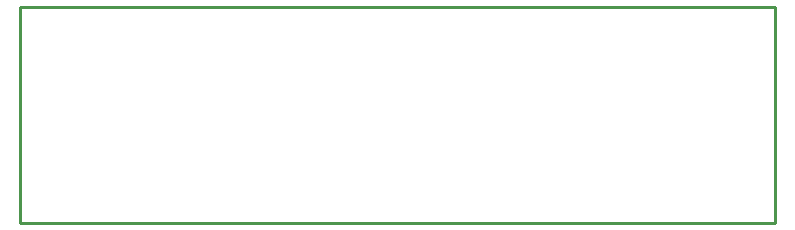
<source format=gko>
G04*
G04 #@! TF.GenerationSoftware,Altium Limited,Altium Designer,21.6.4 (81)*
G04*
G04 Layer_Color=16711935*
%FSLAX25Y25*%
%MOIN*%
G70*
G04*
G04 #@! TF.SameCoordinates,40B795BF-6EDD-478F-B4CC-B7A9BF3E8EBB*
G04*
G04*
G04 #@! TF.FilePolarity,Positive*
G04*
G01*
G75*
%ADD13C,0.01000*%
D13*
X452000Y133000D02*
Y205000D01*
Y133000D02*
X703500D01*
Y205000D01*
X452000D02*
X703500D01*
M02*

</source>
